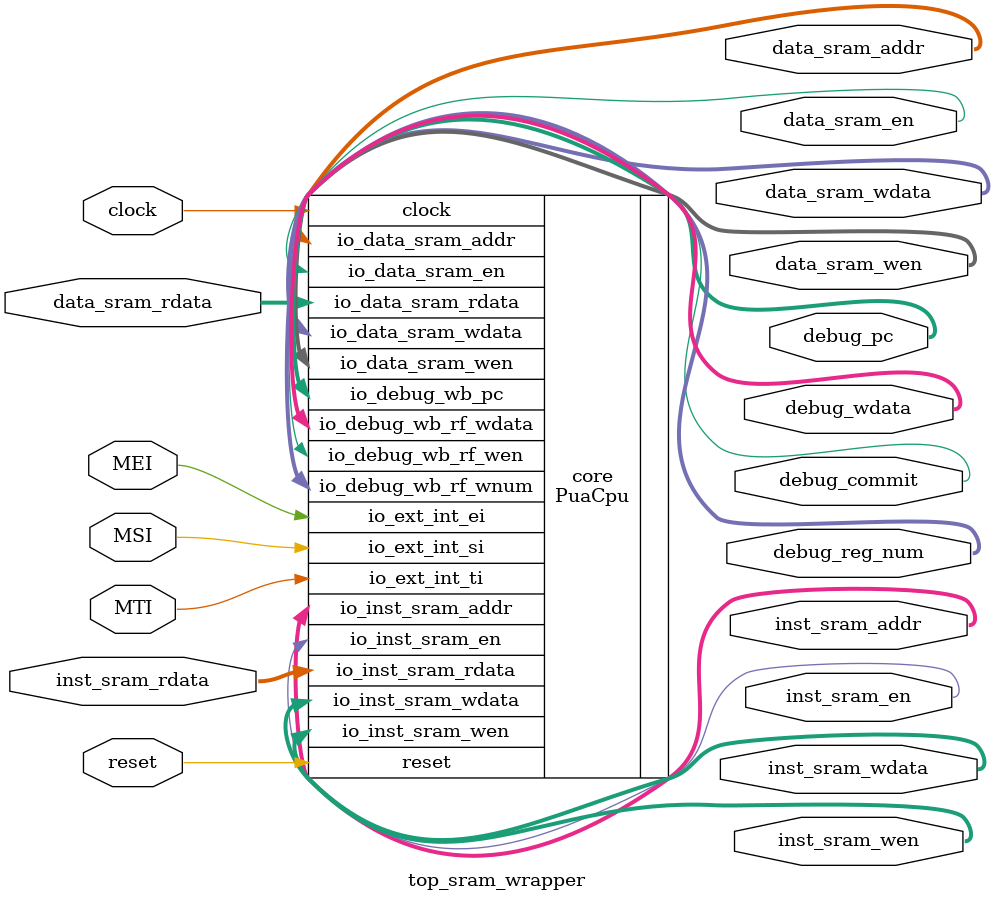
<source format=v>
module top_sram_wrapper(
    input         clock,
    input         reset,
    // interrupts
    input         MEI, // to PLIC
    input         MSI, // to CLINT
    input         MTI, // to CLINT
    // inst sram interface
    output        inst_sram_en,
    output [ 3:0] inst_sram_wen,
    output [31:0] inst_sram_addr,
    output [31:0] inst_sram_wdata,
    input  [31:0] inst_sram_rdata,
    // data sram interface
    output        data_sram_en,
    output [ 8:0] data_sram_wen,
    output [31:0] data_sram_addr,
    output [64:0] data_sram_wdata,
    input  [64:0] data_sram_rdata,
    // trace debug interface
    output        debug_commit,
    output [63:0] debug_pc,
    output [4:0 ] debug_reg_num,
    output [63:0] debug_wdata
);

PuaCpu core(
    .clock                    (clock),
    .reset                    (reset),
    // interrupts     
    .io_ext_int_ei            (MEI), // to PLIC
    .io_ext_int_si            (MSI), // to CLINT
    .io_ext_int_ti            (MTI), // to CLINT
    // inst sram interface 
    .io_inst_sram_en          (inst_sram_en),
    .io_inst_sram_wen         (inst_sram_wen),
    .io_inst_sram_addr        (inst_sram_addr),
    .io_inst_sram_wdata       (inst_sram_wdata),
    .io_inst_sram_rdata       (inst_sram_rdata),
    // data sram interface
    .io_data_sram_en          (data_sram_en),
    .io_data_sram_wen         (data_sram_wen),
    .io_data_sram_addr        (data_sram_addr),
    .io_data_sram_wdata       (data_sram_wdata),
    .io_data_sram_rdata       (data_sram_rdata),
    // debug
    .io_debug_wb_pc           (debug_pc),
    .io_debug_wb_rf_wen       (debug_commit),
    .io_debug_wb_rf_wnum      (debug_reg_num),
    .io_debug_wb_rf_wdata     (debug_wdata)
);

endmodule

</source>
